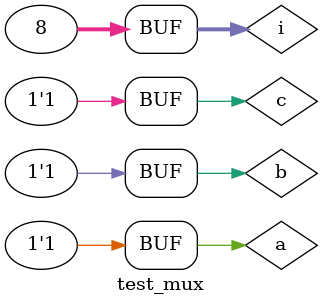
<source format=v>
`timescale 1ns / 1ps


module test_mux;

	// Inputs
	reg a;
	reg b;
	reg c;

	// Outputs
	wire y;

	// Instantiate the Unit Under Test (UUT)
	mux_4x1_ uut (
		.a(a), 
		.b(b), 
		.c(c), 
		.y(y)
	);
	
	integer i;
	
	initial begin
        $display("Time\t a b c | y");
        $display("-------------------");
        $monitor("%4t\t %b %b %b | %b", $time, a, b, c, y);

        // Loop through all 8 combinations of a, b, c
        for (i = 0; i < 8; i = i + 1) begin
            {a, b, c} = i;  // Assign a, b, c from i
            #10;            // Wait 10 ns
        end

        #300;
      end
endmodule


</source>
